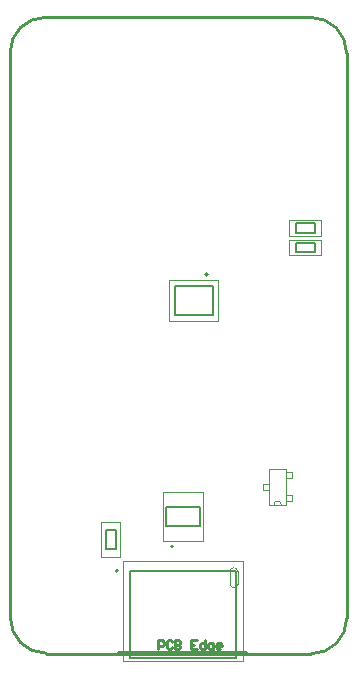
<source format=gbo>
G04*
G04 #@! TF.GenerationSoftware,Altium Limited,Altium Designer,20.0.12 (288)*
G04*
G04 Layer_Color=32896*
%FSLAX44Y44*%
%MOMM*%
G71*
G01*
G75*
%ADD10C,0.2000*%
%ADD11C,0.2540*%
%ADD12C,0.1270*%
%ADD14C,0.0000*%
%ADD15C,0.0500*%
D10*
X1331519Y519537D02*
G03*
X1331519Y519537I-1000J0D01*
G01*
X1378050Y540000D02*
G03*
X1378050Y540000I-1000J0D01*
G01*
X1407510Y770420D02*
G03*
X1407510Y770420I-1000J0D01*
G01*
D11*
X1495157Y449343D02*
G03*
X1525157Y479343I0J30000D01*
G01*
X1525000Y958000D02*
G03*
X1495000Y988000I-30000J0D01*
G01*
X1270000Y988250D02*
G03*
X1240000Y958250I0J-30000D01*
G01*
X1240270Y479770D02*
G03*
X1270270Y449770I30000J0D01*
G01*
Y449500D02*
X1495157Y449500D01*
X1525000Y958000D02*
X1525000Y479343D01*
X1270000Y988237D02*
X1495000Y988018D01*
X1240000Y958250D02*
X1240000Y479770D01*
X1270270Y449500D02*
X1341750D01*
X1365569Y453537D02*
Y460534D01*
X1369067D01*
X1370234Y459368D01*
Y457035D01*
X1369067Y455869D01*
X1365569D01*
X1377231Y459368D02*
X1376065Y460534D01*
X1373733D01*
X1372566Y459368D01*
Y454703D01*
X1373733Y453537D01*
X1376065D01*
X1377231Y454703D01*
X1379564Y460534D02*
Y453537D01*
X1383063D01*
X1384229Y454703D01*
Y455869D01*
X1383063Y457035D01*
X1379564D01*
X1383063D01*
X1384229Y458202D01*
Y459368D01*
X1383063Y460534D01*
X1379564D01*
X1398225D02*
X1393560D01*
Y453537D01*
X1398225D01*
X1393560Y457035D02*
X1395892D01*
X1405222Y460534D02*
Y453537D01*
X1401724D01*
X1400557Y454703D01*
Y457035D01*
X1401724Y458202D01*
X1405222D01*
X1409888Y451204D02*
X1411054D01*
X1412220Y452370D01*
Y458202D01*
X1408721D01*
X1407555Y457035D01*
Y454703D01*
X1408721Y453537D01*
X1412220D01*
X1418052D02*
X1415719D01*
X1414553Y454703D01*
Y457035D01*
X1415719Y458202D01*
X1418052D01*
X1419218Y457035D01*
Y455869D01*
X1414553D01*
D12*
X1341569Y446037D02*
Y519537D01*
Y446037D02*
X1430969D01*
Y519537D01*
X1341569D02*
X1430969D01*
X1331569Y450937D02*
X1440969D01*
X1321150Y538000D02*
Y554000D01*
Y538000D02*
X1329350D01*
Y554000D01*
X1321150D02*
X1329350D01*
X1482000Y805750D02*
Y813750D01*
Y805750D02*
X1498000D01*
Y813750D01*
X1482000D02*
X1498000D01*
X1482000Y789250D02*
Y797250D01*
Y789250D02*
X1498000D01*
Y797250D01*
X1482000D02*
X1498000D01*
X1371875Y557425D02*
Y573675D01*
X1401125D01*
Y557425D02*
Y573675D01*
X1371875Y557425D02*
X1401125D01*
X1411510Y735920D02*
Y760920D01*
X1379510Y735920D02*
X1411510D01*
X1379510Y760920D02*
X1411510D01*
X1379510Y735920D02*
Y760920D01*
D14*
X1429443Y522135D02*
G03*
X1426270Y518611I176J-3349D01*
G01*
X1432768Y519152D02*
G03*
X1429453Y522136I-3149J-165D01*
G01*
Y505137D02*
G03*
X1432768Y508122I165J3149D01*
G01*
X1426269Y508128D02*
G03*
X1429477Y505137I3100J108D01*
G01*
X1432769Y508137D02*
Y519137D01*
X1426269Y508137D02*
Y518637D01*
X1469660Y575610D02*
G03*
X1463564Y575610I-3048J0D01*
G01*
X1459500Y605582D02*
X1473724D01*
X1459500Y593136D02*
Y605582D01*
Y588056D02*
Y593136D01*
Y575610D02*
Y588056D01*
Y575610D02*
X1463564D01*
X1469660D01*
X1473724D01*
Y578404D01*
Y583484D01*
Y597708D01*
Y578404D02*
X1479058D01*
Y583484D01*
X1473724D02*
X1479058D01*
X1473724Y602788D02*
Y605582D01*
Y597708D02*
Y602788D01*
Y597708D02*
X1479058D01*
Y602788D01*
X1473724D02*
X1479058D01*
X1454166Y593136D02*
X1459500D01*
X1454166Y588056D02*
Y593136D01*
Y588056D02*
X1459500D01*
D15*
X1335519Y443537D02*
Y527737D01*
Y443537D02*
X1437019D01*
Y527737D01*
X1335519D02*
X1437019D01*
X1333450Y531100D02*
Y560900D01*
X1317050D02*
X1333450D01*
X1317050Y531100D02*
Y560900D01*
Y531100D02*
X1333450D01*
X1476300Y803050D02*
Y816450D01*
Y803050D02*
X1503700D01*
Y816450D01*
X1476300D02*
X1503700D01*
X1476300Y786550D02*
Y799950D01*
Y786550D02*
X1503700D01*
Y799950D01*
X1476300D02*
X1503700D01*
X1369375Y544450D02*
X1403625D01*
Y586650D01*
X1369375D02*
X1403625D01*
X1369375Y544450D02*
Y586650D01*
X1416010Y731420D02*
Y765420D01*
X1375010D02*
X1416010D01*
X1375010Y731420D02*
X1416010D01*
X1375010D02*
Y765420D01*
M02*

</source>
